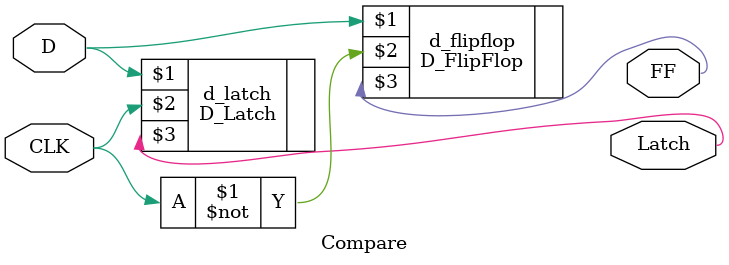
<source format=v>
`timescale 1ns / 1ps
module Compare(
    input D,
    input CLK,
    output Latch,
    output FF
    );

D_Latch d_latch(D, CLK, Latch);
D_FlipFlop d_flipflop(D, ~CLK, FF);

endmodule

</source>
